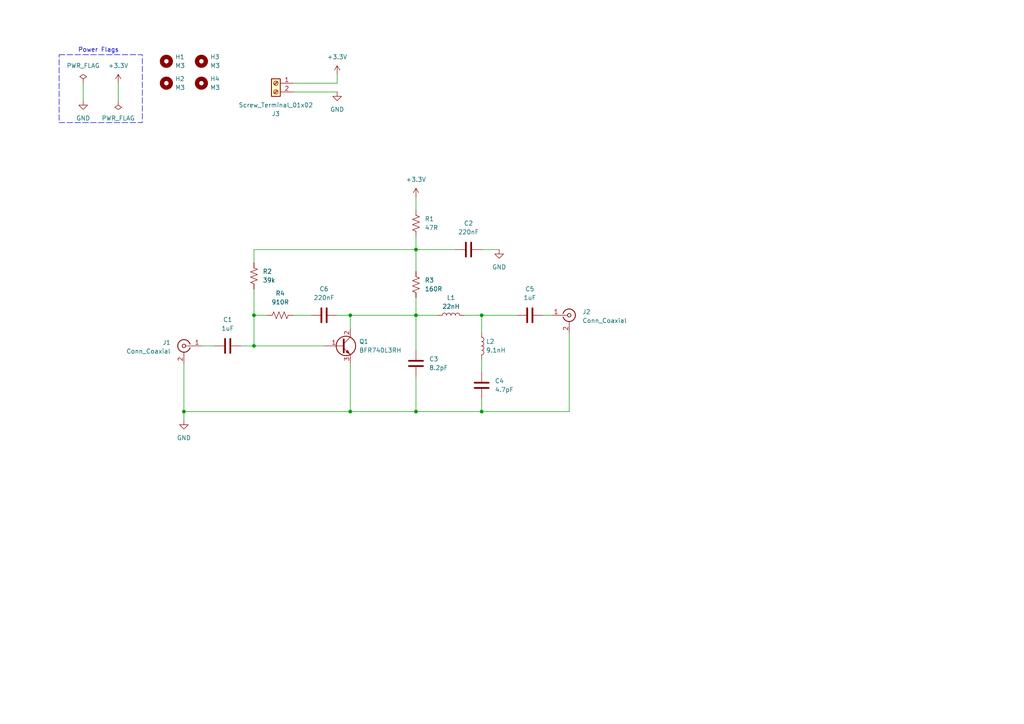
<source format=kicad_sch>
(kicad_sch (version 20231120) (generator "eeschema") (generator_version "8.0")
  (paper "A4")
  (title_block (title "Amplificador TX") (date "2025-01-09") (rev "v1.1") (company "Cotti Nicolas Gabriel") (comment 1 "ncotti@frba.utn.edu.ar"))
  (lib_symbols
    (symbol "Connector:Conn_Coaxial" (pin_names (offset 1.016) hide)
      (property "Reference" "J" (at 0.254 3.048 0))
      (property "Value" "Conn_Coaxial" (at 2.921 0 90))
      (symbol "Conn_Coaxial_0_1"
        (arc (start -1.778 -0.508) (mid 0.2311 -1.8066) (end 1.778 0) (stroke (width 0.254)))
        (polyline (pts (xy -2.54 0) (xy -0.508 0)))
        (polyline (pts (xy 0 -2.54) (xy 0 -1.778)))
        (circle (center 0 0) (radius 0.508) (stroke (width 0.2032)))
        (arc (start 1.778 0) (mid 0.2099 1.8101) (end -1.778 0.508) (stroke (width 0.254)))
      )
      (symbol "Conn_Coaxial_1_1"
        (pin passive line (at -5.08 0 0) (length 2.54) (name "In") (number "1"))
        (pin passive line (at 0 -5.08 90) (length 2.54) (name "Ext") (number "2"))
      )
    )
    (symbol "Connector:Screw_Terminal_01x02" (pin_names (offset 1.016) hide)
      (property "Reference" "J" (at 0 2.54 0))
      (property "Value" "Screw_Terminal_01x02" (at 0 -5.08 0))
      (symbol "Screw_Terminal_01x02_1_1"
        (rectangle (start -1.27 1.27) (end 1.27 -3.81) (stroke (width 0.254)) (fill (type background)))
        (circle (center 0 -2.54) (radius 0.635) (stroke (width 0.1524)))
        (polyline (pts (xy -0.5334 -2.2098) (xy 0.3302 -3.048)) (stroke (width 0.1524)))
        (polyline (pts (xy -0.5334 0.3302) (xy 0.3302 -0.508)) (stroke (width 0.1524)))
        (polyline (pts (xy -0.3556 -2.032) (xy 0.508 -2.8702)) (stroke (width 0.1524)))
        (polyline (pts (xy -0.3556 0.508) (xy 0.508 -0.3302)) (stroke (width 0.1524)))
        (circle (center 0 0) (radius 0.635) (stroke (width 0.1524)))
        (pin passive line (at -5.08 0 0) (length 3.81) (name "Pin_1") (number "1"))
        (pin passive line (at -5.08 -2.54 0) (length 3.81) (name "Pin_2") (number "2"))
      )
    )
    (symbol "Device:C" (pin_numbers hide) (pin_names (offset 0.254))
      (property "Reference" "C" (at 0.635 2.54 0))
      (property "Value" "C" (at 0.635 -2.54 0))
      (symbol "C_0_1"
        (polyline (pts (xy -2.032 -0.762) (xy 2.032 -0.762)) (stroke (width 0.508)))
        (polyline (pts (xy -2.032 0.762) (xy 2.032 0.762)) (stroke (width 0.508)))
      )
      (symbol "C_1_1"
        (pin passive line (at 0 3.81 270) (length 2.794) (name "~") (number "1"))
        (pin passive line (at 0 -3.81 90) (length 2.794) (name "~") (number "2"))
      )
    )
    (symbol "Device:L" (pin_numbers hide) (pin_names (offset 1.016) hide)
      (property "Reference" "L" (at -1.27 0 90))
      (property "Value" "L" (at 1.905 0 90))
      (symbol "L_0_1"
        (arc (start 0 -2.54) (mid 0.6323 -1.905) (end 0 -1.27))
        (arc (start 0 -1.27) (mid 0.6323 -0.635) (end 0 0))
        (arc (start 0 0) (mid 0.6323 0.635) (end 0 1.27))
        (arc (start 0 1.27) (mid 0.6323 1.905) (end 0 2.54))
      )
      (symbol "L_1_1"
        (pin passive line (at 0 3.81 270) (length 1.27) (name "1") (number "1"))
        (pin passive line (at 0 -3.81 90) (length 1.27) (name "2") (number "2"))
      )
    )
    (symbol "Device:Q_NPN_BCE" (pin_names (offset 0) hide)
      (property "Reference" "Q" (at 5.08 1.27 0))
      (property "Value" "Q_NPN_BCE" (at 5.08 -1.27 0))
      (symbol "Q_NPN_BCE_0_1"
        (polyline (pts (xy 0.635 0.635) (xy 2.54 2.54)))
        (polyline (pts (xy 0.635 -0.635) (xy 2.54 -2.54) (xy 2.54 -2.54)))
        (polyline (pts (xy 0.635 1.905) (xy 0.635 -1.905) (xy 0.635 -1.905)) (stroke (width 0.508)))
        (polyline (pts (xy 1.27 -1.778) (xy 1.778 -1.27) (xy 2.286 -2.286) (xy 1.27 -1.778) (xy 1.27 -1.778)) (fill (type outline)))
        (circle (center 1.27 0) (radius 2.8194) (stroke (width 0.254)))
      )
      (symbol "Q_NPN_BCE_1_1"
        (pin input line (at -5.08 0 0) (length 5.715) (name "B") (number "1"))
        (pin passive line (at 2.54 5.08 270) (length 2.54) (name "C") (number "2"))
        (pin passive line (at 2.54 -5.08 90) (length 2.54) (name "E") (number "3"))
      )
    )
    (symbol "Device:R_US" (pin_numbers hide) (pin_names (offset 0))
      (property "Reference" "R" (at 2.54 0 90))
      (property "Value" "R_US" (at -2.54 0 90))
      (symbol "R_US_0_1"
        (polyline (pts (xy 0 -2.286) (xy 0 -2.54)))
        (polyline (pts (xy 0 2.286) (xy 0 2.54)))
        (polyline (pts (xy 0 -0.762) (xy 1.016 -1.143) (xy 0 -1.524) (xy -1.016 -1.905) (xy 0 -2.286)))
        (polyline (pts (xy 0 0.762) (xy 1.016 0.381) (xy 0 0) (xy -1.016 -0.381) (xy 0 -0.762)))
        (polyline (pts (xy 0 2.286) (xy 1.016 1.905) (xy 0 1.524) (xy -1.016 1.143) (xy 0 0.762)))
      )
      (symbol "R_US_1_1"
        (pin passive line (at 0 3.81 270) (length 1.27) (name "~") (number "1"))
        (pin passive line (at 0 -3.81 90) (length 1.27) (name "~") (number "2"))
      )
    )
    (symbol "Mechanical:MountingHole" (pin_names (offset 1.016))
      (property "Reference" "H" (at 0 5.08 0))
      (property "Value" "MountingHole" (at 0 3.175 0))
      (symbol "MountingHole_0_1"
        (circle (center 0 0) (radius 1.27) (stroke (width 1.27)))
      )
    )
    (symbol "power:+3.3V" (power) (pin_names (offset 0))
      (property "Value" "+3.3V" (at 0 3.556 0))
      (symbol "+3.3V_0_1"
        (polyline (pts (xy -0.762 1.27) (xy 0 2.54)))
        (polyline (pts (xy 0 0) (xy 0 2.54)))
        (polyline (pts (xy 0 2.54) (xy 0.762 1.27)))
      )
      (symbol "+3.3V_1_1"
        (pin power_in line (at 0 0 90) (length 0) hide (name "+3.3V") (number "1"))
      )
    )
    (symbol "power:GND" (power) (pin_names (offset 0))
      (property "Value" "GND" (at 0 -3.81 0))
      (symbol "GND_0_1"
        (polyline (pts (xy 0 0) (xy 0 -1.27) (xy 1.27 -1.27) (xy 0 -2.54) (xy -1.27 -1.27) (xy 0 -1.27)))
      )
      (symbol "GND_1_1"
        (pin power_in line (at 0 0 270) (length 0) hide (name "GND") (number "1"))
      )
    )
    (symbol "power:PWR_FLAG" (power) (pin_numbers hide) (pin_names (offset 0) hide)
      (property "Value" "PWR_FLAG" (at 0 3.81 0))
      (symbol "PWR_FLAG_0_0"
        (pin power_out line (at 0 0 90) (length 0) (name "pwr") (number "1"))
      )
      (symbol "PWR_FLAG_0_1"
        (polyline (pts (xy 0 0) (xy 0 1.27) (xy -1.016 1.905) (xy 0 2.54) (xy 1.016 1.905) (xy 0 1.27)))
      )
    )
  )
  (junction (at 120.65 119.38))
  (junction (at 139.7 91.44))
  (junction (at 101.6 91.44))
  (junction (at 73.66 100.33))
  (junction (at 73.66 91.44))
  (junction (at 120.65 72.39))
  (junction (at 139.7 119.38))
  (junction (at 53.34 119.38))
  (junction (at 101.6 119.38))
  (junction (at 120.65 91.44))
  (wire (pts (xy 85.09 91.44) (xy 90.17 91.44)))
  (wire (pts (xy 134.62 91.44) (xy 139.7 91.44)))
  (wire (pts (xy 139.7 96.52) (xy 139.7 91.44)))
  (wire (pts (xy 73.66 83.82) (xy 73.66 91.44)))
  (wire (pts (xy 73.66 76.2) (xy 73.66 72.39)))
  (wire (pts (xy 139.7 119.38) (xy 165.1 119.38)))
  (wire (pts (xy 85.09 26.67) (xy 97.79 26.67)))
  (wire (pts (xy 53.34 119.38) (xy 53.34 121.92)))
  (wire (pts (xy 53.34 119.38) (xy 101.6 119.38)))
  (wire (pts (xy 139.7 72.39) (xy 144.78 72.39)))
  (wire (pts (xy 165.1 119.38) (xy 165.1 96.52)))
  (wire (pts (xy 34.29 24.13) (xy 34.29 29.21)))
  (wire (pts (xy 120.65 78.74) (xy 120.65 72.39)))
  (wire (pts (xy 120.65 119.38) (xy 139.7 119.38)))
  (wire (pts (xy 85.09 24.13) (xy 97.79 24.13)))
  (wire (pts (xy 24.13 24.13) (xy 24.13 29.21)))
  (wire (pts (xy 97.79 24.13) (xy 97.79 21.59)))
  (wire (pts (xy 73.66 91.44) (xy 73.66 100.33)))
  (wire (pts (xy 77.47 91.44) (xy 73.66 91.44)))
  (wire (pts (xy 120.65 109.22) (xy 120.65 119.38)))
  (wire (pts (xy 120.65 86.36) (xy 120.65 91.44)))
  (wire (pts (xy 53.34 105.41) (xy 53.34 119.38)))
  (wire (pts (xy 97.79 91.44) (xy 101.6 91.44)))
  (wire (pts (xy 101.6 105.41) (xy 101.6 119.38)))
  (wire (pts (xy 69.85 100.33) (xy 73.66 100.33)))
  (wire (pts (xy 139.7 104.14) (xy 139.7 107.95)))
  (wire (pts (xy 120.65 91.44) (xy 120.65 101.6)))
  (wire (pts (xy 101.6 119.38) (xy 120.65 119.38)))
  (wire (pts (xy 157.48 91.44) (xy 160.02 91.44)))
  (wire (pts (xy 73.66 72.39) (xy 120.65 72.39)))
  (wire (pts (xy 120.65 57.15) (xy 120.65 60.96)))
  (wire (pts (xy 58.42 100.33) (xy 62.23 100.33)))
  (wire (pts (xy 73.66 100.33) (xy 93.98 100.33)))
  (wire (pts (xy 120.65 68.58) (xy 120.65 72.39)))
  (wire (pts (xy 101.6 91.44) (xy 120.65 91.44)))
  (wire (pts (xy 139.7 91.44) (xy 149.86 91.44)))
  (wire (pts (xy 101.6 91.44) (xy 101.6 95.25)))
  (wire (pts (xy 120.65 72.39) (xy 132.08 72.39)))
  (wire (pts (xy 139.7 115.57) (xy 139.7 119.38)))
  (wire (pts (xy 120.65 91.44) (xy 127 91.44)))
  (rectangle (start 17.145 15.875) (end 41.275 35.56) (stroke (width 0) (type dash)))
  (text "Power Flags" (at 28.575 14.605 0) (effects (font (size 1.27 1.27))))
  (symbol (lib_id "Device:C") (at 66.04 100.33 90) (unit 1)
    (property "Reference" "C1" (at 66.04 92.71 90))
    (property "Value" "1uF" (at 66.04 95.25 90))
    (property "Footprint" "Capacitor_SMD:C_0603_1608Metric_Pad1.08x0.95mm_HandSolder" (effects (hide yes)))
    (property "Datasheet" "https://ar.mouser.com/datasheet/2/210/WTC_MLCC_Soft_term_SH-1532103.pdf" (effects (hide yes)))
    (property "Description" "Unpolarized capacitor" (effects (hide yes)))
    (property "Manufacturer" "Walsin" (effects (hide yes)))
    (property "Manufacturer P/N" " SH18B105K160CT" (effects (hide yes)))
    (property "Mouser P/N" "791-SH18B105K160CT" (effects (hide yes)))
    (property "Note" "10%, 16V" (effects (hide yes)))
  )
  (symbol (lib_id "Device:C") (at 135.89 72.39 90) (unit 1)
    (property "Reference" "C2" (at 135.89 64.77 90))
    (property "Value" "220nF" (at 135.89 67.31 90))
    (property "Footprint" "Capacitor_SMD:C_0603_1608Metric_Pad1.08x0.95mm_HandSolder" (effects (hide yes)))
    (property "Datasheet" "https://ar.mouser.com/datasheet/2/210/WTC_MLCC_General_Purpose-1534899.pdf" (effects (hide yes)))
    (property "Description" "Unpolarized capacitor" (effects (hide yes)))
    (property "Manufacturer" "Walsin" (effects (hide yes)))
    (property "Manufacturer P/N" "0603B224K250CT" (effects (hide yes)))
    (property "Mouser P/N" "791-0603B224K250CT" (effects (hide yes)))
    (property "Note" "10%, 25V" (effects (hide yes)))
  )
  (symbol (lib_id "Device:C") (at 93.98 91.44 90) (unit 1)
    (property "Reference" "C6" (at 93.98 83.82 90))
    (property "Value" "220nF" (at 93.98 86.36 90))
    (property "Footprint" "Capacitor_SMD:C_0603_1608Metric_Pad1.08x0.95mm_HandSolder" (effects (hide yes)))
    (property "Datasheet" "https://ar.mouser.com/datasheet/2/210/WTC_MLCC_General_Purpose-1534899.pdf" (effects (hide yes)))
    (property "Description" "Unpolarized capacitor" (effects (hide yes)))
    (property "Manufacturer" "Walsin" (effects (hide yes)))
    (property "Manufacturer P/N" "0603B224K250CT" (effects (hide yes)))
    (property "Mouser P/N" "791-0603B224K250CT" (effects (hide yes)))
    (property "Note" "10%, 25V" (effects (hide yes)))
  )
  (symbol (lib_id "Device:C") (at 153.67 91.44 90) (unit 1)
    (property "Reference" "C5" (at 153.67 83.82 90))
    (property "Value" "1uF" (at 153.67 86.36 90))
    (property "Footprint" "Capacitor_SMD:C_0603_1608Metric_Pad1.08x0.95mm_HandSolder" (effects (hide yes)))
    (property "Datasheet" "https://ar.mouser.com/datasheet/2/210/WTC_MLCC_Soft_term_SH-1532103.pdf" (effects (hide yes)))
    (property "Description" "Unpolarized capacitor" (effects (hide yes)))
    (property "Manufacturer" "Walsin" (effects (hide yes)))
    (property "Manufacturer P/N" " SH18B105K160CT" (effects (hide yes)))
    (property "Mouser P/N" "791-SH18B105K160CT" (effects (hide yes)))
    (property "Note" "10%, 16V" (effects (hide yes)))
  )
  (symbol (lib_id "Device:R_US") (at 120.65 64.77 180) (unit 1)
    (property "Reference" "R1" (at 123.19 63.4999 0) (effects (justify right)))
    (property "Value" "47R" (at 123.19 66.0399 0) (effects (justify right)))
    (property "Footprint" "Resistor_SMD:R_1206_3216Metric_Pad1.30x1.75mm_HandSolder" (effects (hide yes)))
    (property "Datasheet" "https://ar.mouser.com/datasheet/2/447/YAGEO_PYu_RC_Group_51_RoHS_L_12-3313492.pdf" (effects (hide yes)))
    (property "Description" "Resistor, US symbol" (effects (hide yes)))
    (property "Manufacturer" "YAGEO" (effects (hide yes)))
    (property "Manufacturer P/N" " RC1206FR-0747RL" (effects (hide yes)))
    (property "Mouser P/N" "603-RC1206FR-0747RL" (effects (hide yes)))
    (property "Note" "Thick F, 1%, 1/4W" (effects (hide yes)))
  )
  (symbol (lib_id "Device:R_US") (at 81.28 91.44 270) (unit 1)
    (property "Reference" "R4" (at 81.28 85.09 90))
    (property "Value" "910R" (at 81.28 87.63 90))
    (property "Footprint" "Resistor_SMD:R_0603_1608Metric_Pad0.98x0.95mm_HandSolder" (effects (hide yes)))
    (property "Datasheet" "https://ar.mouser.com/datasheet/2/447/PYu_RT_1_to_0_01_RoHS_L_15-3461507.pdf" (effects (hide yes)))
    (property "Description" "Resistor, US symbol" (effects (hide yes)))
    (property "Manufacturer" "YAGEO" (effects (hide yes)))
    (property "Manufacturer P/N" "RT0603FRE07910RL" (effects (hide yes)))
    (property "Mouser P/N" "603-RT0603FRE07910RL" (effects (hide yes)))
    (property "Note" "Thin F, 1% , 1/10W" (effects (hide yes)))
  )
  (symbol (lib_id "Device:R_US") (at 120.65 82.55 180) (unit 1)
    (property "Reference" "R3" (at 123.19 81.2799 0) (effects (justify right)))
    (property "Value" "160R" (at 123.19 83.8199 0) (effects (justify right)))
    (property "Footprint" "Resistor_SMD:R_1206_3216Metric_Pad1.30x1.75mm_HandSolder" (effects (hide yes)))
    (property "Datasheet" "https://ar.mouser.com/datasheet/2/447/YAGEO_PYu_RC_Group_51_RoHS_L_12-3313492.pdf" (effects (hide yes)))
    (property "Description" "Resistor, US symbol" (effects (hide yes)))
    (property "Manufacturer" "YAGEO" (effects (hide yes)))
    (property "Manufacturer P/N" "RC1206FR-07160RL" (effects (hide yes)))
    (property "Mouser P/N" "603-RC1206FR-07160RL" (effects (hide yes)))
    (property "Note" "Thick F, 1%, 1/4W" (effects (hide yes)))
  )
  (symbol (lib_id "Connector:Conn_Coaxial") (at 53.34 100.33 0) (mirror y) (unit 1)
    (property "Reference" "J1" (at 49.53 99.3531 0) (effects (justify left)))
    (property "Value" "Conn_Coaxial" (at 49.53 101.8931 0) (effects (justify left)))
    (property "Footprint" "Connector_Coaxial:SMA_Samtec_SMA-J-P-X-ST-EM1_EdgeMount" (effects (hide yes)))
    (property "Datasheet" "https://drive.google.com/file/d/1v1HqqVMyMLDkzMx-gRobRVSho1jsaMUK/view?usp=drive_link" (effects (hide yes)))
    (property "Description" "coaxial connector (BNC, SMA, SMB, SMC, Cinch/RCA, LEMO, ...)" (effects (hide yes)))
    (property "Manufacturer" "Electrocomponentes" (effects (hide yes)))
    (property "Manufacturer P/N" "SMA-KE1.2mm" (effects (hide yes)))
    (property "Mouser P/N" "N/A" (effects (hide yes)))
    (property "Note" "N/A" (effects (hide yes)))
  )
  (symbol (lib_id "power:GND") (at 24.13 29.21 0) (unit 1)
    (property "Reference" "#PWR04" (effects (hide yes)))
    (property "Value" "GND" (at 24.13 34.29 0))
    (property "Description" "Power symbol creates a global label with name \"GND\" , ground" (effects (hide yes)))
  )
  (symbol (lib_id "Mechanical:MountingHole") (at 58.42 24.13 0) (unit 1)
    (property "Reference" "H4" (at 60.96 22.8599 0) (effects (justify left)))
    (property "Value" "M3" (at 60.96 25.3999 0) (effects (justify left)))
    (property "Footprint" "MountingHole:MountingHole_3.2mm_M3_ISO7380" (effects (hide yes)))
    (property "Datasheet" "N/A" (effects (hide yes)))
    (property "Description" "Mounting Hole without connection" (effects (hide yes)))
    (property "Manufacturer" "N/A" (effects (hide yes)))
    (property "Manufacturer P/N" "N/A" (effects (hide yes)))
    (property "Mouser P/N" "N/A" (effects (hide yes)))
    (property "Note" "N/A" (effects (hide yes)))
  )
  (symbol (lib_id "Connector:Conn_Coaxial") (at 165.1 91.44 0) (unit 1)
    (property "Reference" "J2" (at 168.91 90.4631 0) (effects (justify left)))
    (property "Value" "Conn_Coaxial" (at 168.91 93.0031 0) (effects (justify left)))
    (property "Footprint" "Connector_Coaxial:SMA_Samtec_SMA-J-P-X-ST-EM1_EdgeMount" (effects (hide yes)))
    (property "Datasheet" "https://drive.google.com/file/d/1v1HqqVMyMLDkzMx-gRobRVSho1jsaMUK/view?usp=drive_link" (effects (hide yes)))
    (property "Description" "coaxial connector (BNC, SMA, SMB, SMC, Cinch/RCA, LEMO, ...)" (effects (hide yes)))
    (property "Manufacturer" "Electrocomponentes" (effects (hide yes)))
    (property "Manufacturer P/N" "SMA-KE1.2mm" (effects (hide yes)))
    (property "Mouser P/N" "N/A" (effects (hide yes)))
    (property "Note" "N/A" (effects (hide yes)))
  )
  (symbol (lib_id "power:+3.3V") (at 97.79 21.59 0) (unit 1)
    (property "Reference" "#PWR06" (effects (hide yes)))
    (property "Value" "+3.3V" (at 97.79 16.51 0))
    (property "Description" "Power symbol creates a global label with name \"+3.3V\"" (effects (hide yes)))
  )
  (symbol (lib_id "Connector:Screw_Terminal_01x02") (at 80.01 24.13 0) (mirror y) (unit 1)
    (property "Reference" "J3" (at 80.01 33.02 0))
    (property "Value" "Screw_Terminal_01x02" (at 80.01 30.48 0))
    (property "Footprint" "TerminalBlock:TerminalBlock_bornier-2_P5.08mm" (effects (hide yes)))
    (property "Datasheet" "https://ar.mouser.com/datasheet/2/18/1/HrPlBMKIj9yv-1375424.pdf" (effects (hide yes)))
    (property "Description" "Generic screw terminal, single row, 01x02, script generated (kicad-library-utils/schlib/autogen/connector/)" (effects (hide yes)))
    (property "Manufacturer" "Amphenol Anytek" (effects (hide yes)))
    (property "Manufacturer P/N" " VI0221550000G" (effects (hide yes)))
    (property "Mouser P/N" "649-220316-H021B01LF" (effects (hide yes)))
    (property "Note" "5.08mm pitch" (effects (hide yes)))
  )
  (symbol (lib_id "Mechanical:MountingHole") (at 48.26 24.13 0) (unit 1)
    (property "Reference" "H2" (at 50.8 22.8599 0) (effects (justify left)))
    (property "Value" "M3" (at 50.8 25.3999 0) (effects (justify left)))
    (property "Footprint" "MountingHole:MountingHole_3.2mm_M3_ISO7380" (effects (hide yes)))
    (property "Datasheet" "N/A" (effects (hide yes)))
    (property "Description" "Mounting Hole without connection" (effects (hide yes)))
    (property "Manufacturer" "N/A" (effects (hide yes)))
    (property "Manufacturer P/N" "N/A" (effects (hide yes)))
    (property "Mouser P/N" "N/A" (effects (hide yes)))
    (property "Note" "N/A" (effects (hide yes)))
  )
  (symbol (lib_id "power:GND") (at 53.34 121.92 0) (unit 1)
    (property "Reference" "#PWR01" (effects (hide yes)))
    (property "Value" "GND" (at 53.34 127 0))
    (property "Description" "Power symbol creates a global label with name \"GND\" , ground" (effects (hide yes)))
  )
  (symbol (lib_id "Device:R_US") (at 73.66 80.01 180) (unit 1)
    (property "Reference" "R2" (at 76.2 78.7399 0) (effects (justify right)))
    (property "Value" "39k" (at 76.2 81.2799 0) (effects (justify right)))
    (property "Footprint" "Resistor_SMD:R_0603_1608Metric_Pad0.98x0.95mm_HandSolder" (effects (hide yes)))
    (property "Datasheet" "https://ar.mouser.com/datasheet/2/447/PYu_RT_1_to_0_01_RoHS_L_15-3461507.pdf" (effects (hide yes)))
    (property "Description" "Resistor, US symbol" (effects (hide yes)))
    (property "Manufacturer" "YAGEO" (effects (hide yes)))
    (property "Manufacturer P/N" "RT0603FRE0739KL" (effects (hide yes)))
    (property "Mouser P/N" "603-RT0603FRE0739KL" (effects (hide yes)))
    (property "Note" "Thin F, 1%, 1/10W" (effects (hide yes)))
  )
  (symbol (lib_id "Device:C") (at 139.7 111.76 180) (unit 1)
    (property "Reference" "C4" (at 143.51 110.4899 0) (effects (justify right)))
    (property "Value" "4.7pF" (at 143.51 113.0299 0) (effects (justify right)))
    (property "Footprint" "Capacitor_SMD:C_0603_1608Metric_Pad1.08x0.95mm_HandSolder" (effects (hide yes)))
    (property "Datasheet" "https://ar.mouser.com/datasheet/2/210/WTC_MLCC_General_Purpose-1534899.pdf" (effects (hide yes)))
    (property "Description" "Unpolarized capacitor" (effects (hide yes)))
    (property "Manufacturer" "Walsin" (effects (hide yes)))
    (property "Manufacturer P/N" " 0603N4R7C500CT" (effects (hide yes)))
    (property "Mouser P/N" "791-0603N4R7C500CT" (effects (hide yes)))
    (property "Note" "+-0.25pF, 50V" (effects (hide yes)))
  )
  (symbol (lib_id "Device:C") (at 120.65 105.41 180) (unit 1)
    (property "Reference" "C3" (at 124.46 104.1399 0) (effects (justify right)))
    (property "Value" "8.2pF" (at 124.46 106.6799 0) (effects (justify right)))
    (property "Footprint" "Capacitor_SMD:C_0603_1608Metric_Pad1.08x0.95mm_HandSolder" (effects (hide yes)))
    (property "Datasheet" "https://ar.mouser.com/datasheet/2/210/WTC_MLCC_General_Purpose-1534899.pdf" (effects (hide yes)))
    (property "Description" "Unpolarized capacitor" (effects (hide yes)))
    (property "Manufacturer" "Walsin" (effects (hide yes)))
    (property "Manufacturer P/N" "0603N8R2C500CT" (effects (hide yes)))
    (property "Mouser P/N" "791-0603N8R2C500CT" (effects (hide yes)))
    (property "Note" "+-0.25pF, 50V" (effects (hide yes)))
  )
  (symbol (lib_id "power:+3.3V") (at 34.29 24.13 0) (unit 1)
    (property "Reference" "#PWR05" (effects (hide yes)))
    (property "Value" "+3.3V" (at 34.29 19.05 0))
    (property "Description" "Power symbol creates a global label with name \"+3.3V\"" (effects (hide yes)))
  )
  (symbol (lib_id "power:GND") (at 97.79 26.67 0) (unit 1)
    (property "Reference" "#PWR07" (effects (hide yes)))
    (property "Value" "GND" (at 97.79 31.75 0))
    (property "Description" "Power symbol creates a global label with name \"GND\" , ground" (effects (hide yes)))
  )
  (symbol (lib_id "Device:L") (at 130.81 91.44 90) (unit 1)
    (property "Reference" "L1" (at 130.81 86.36 90))
    (property "Value" "22nH" (at 130.81 88.9 90))
    (property "Footprint" "Inductor_SMD:L_0603_1608Metric_Pad1.05x0.95mm_HandSolder" (effects (hide yes)))
    (property "Datasheet" "https://www.we-online.com/components/products/datasheet/7847806220.pdf" (effects (hide yes)))
    (property "Description" "Inductor" (effects (hide yes)))
    (property "Manufacturer" "Wurth Elektronik" (effects (hide yes)))
    (property "Manufacturer P/N" " 7847806220" (effects (hide yes)))
    (property "Mouser P/N" "710-7847806220" (effects (hide yes)))
    (property "Note" "5%, 0.4R" (effects (hide yes)))
  )
  (symbol (lib_id "Device:L") (at 139.7 100.33 0) (unit 1)
    (property "Reference" "L2" (at 140.97 99.0599 0) (effects (justify left)))
    (property "Value" "9.1nH" (at 140.97 101.5999 0) (effects (justify left)))
    (property "Footprint" "Inductor_SMD:L_0603_1608Metric_Pad1.05x0.95mm_HandSolder" (effects (hide yes)))
    (property "Datasheet" "https://ar.mouser.com/datasheet/2/281/JELF243A_0024-1380895.pdf" (effects (hide yes)))
    (property "Description" "Inductor" (effects (hide yes)))
    (property "Manufacturer" "Murata Electronics" (effects (hide yes)))
    (property "Manufacturer P/N" "LQW18AN9N1C00D" (effects (hide yes)))
    (property "Mouser P/N" "81-LQW18AN9N1C00D" (effects (hide yes)))
    (property "Note" "+-0.2nH, 0.11R" (effects (hide yes)))
  )
  (symbol (lib_id "power:+3.3V") (at 120.65 57.15 0) (unit 1)
    (property "Reference" "#PWR03" (effects (hide yes)))
    (property "Value" "+3.3V" (at 120.65 52.07 0))
    (property "Description" "Power symbol creates a global label with name \"+3.3V\"" (effects (hide yes)))
  )
  (symbol (lib_id "power:GND") (at 144.78 72.39 0) (unit 1)
    (property "Reference" "#PWR02" (effects (hide yes)))
    (property "Value" "GND" (at 144.78 77.47 0))
    (property "Description" "Power symbol creates a global label with name \"GND\" , ground" (effects (hide yes)))
  )
  (symbol (lib_id "Mechanical:MountingHole") (at 58.42 17.78 0) (unit 1)
    (property "Reference" "H3" (at 60.96 16.5099 0) (effects (justify left)))
    (property "Value" "M3" (at 60.96 19.0499 0) (effects (justify left)))
    (property "Footprint" "MountingHole:MountingHole_3.2mm_M3_ISO7380" (effects (hide yes)))
    (property "Datasheet" "N/A" (effects (hide yes)))
    (property "Description" "Mounting Hole without connection" (effects (hide yes)))
    (property "Manufacturer" "N/A" (effects (hide yes)))
    (property "Manufacturer P/N" "N/A" (effects (hide yes)))
    (property "Mouser P/N" "N/A" (effects (hide yes)))
    (property "Note" "N/A" (effects (hide yes)))
  )
  (symbol (lib_id "power:PWR_FLAG") (at 34.29 29.21 180) (unit 1)
    (property "Reference" "#FLG02" (effects (hide yes)))
    (property "Value" "PWR_FLAG" (at 34.29 34.29 0))
    (property "Description" "Special symbol for telling ERC where power comes from" (effects (hide yes)))
  )
  (symbol (lib_id "power:PWR_FLAG") (at 24.13 24.13 0) (unit 1)
    (property "Reference" "#FLG01" (effects (hide yes)))
    (property "Value" "PWR_FLAG" (at 24.13 19.05 0))
    (property "Description" "Special symbol for telling ERC where power comes from" (effects (hide yes)))
  )
  (symbol (lib_id "Device:Q_NPN_BCE") (at 99.06 100.33 0) (unit 1)
    (property "Reference" "Q1" (at 104.14 99.0599 0) (effects (justify left)))
    (property "Value" "BFR740L3RH" (at 104.14 101.5999 0) (effects (justify left)))
    (property "Footprint" "vlc:TSLP-3-9" (effects (hide yes)))
    (property "Datasheet" "https://ar.mouser.com/datasheet/2/196/Infineon_BFR740L3RH_DataSheet_v03_01_EN-3421200.pdf" (effects (hide yes)))
    (property "Description" "NPN transistor, base/collector/emitter" (effects (hide yes)))
    (property "Manufacturer" "e:Infineon Technologies" (effects (hide yes)))
    (property "Manufacturer P/N" "BFR740L3RHE6327XTSA1" (effects (hide yes)))
    (property "Mouser P/N" "726-BFR740L3RHE6327X" (effects (hide yes)))
    (property "Note" "N/A" (effects (hide yes)))
  )
  (symbol (lib_id "Mechanical:MountingHole") (at 48.26 17.78 0) (unit 1)
    (property "Reference" "H1" (at 50.8 16.5099 0) (effects (justify left)))
    (property "Value" "M3" (at 50.8 19.0499 0) (effects (justify left)))
    (property "Footprint" "MountingHole:MountingHole_3.2mm_M3_ISO7380" (effects (hide yes)))
    (property "Datasheet" "N/A" (effects (hide yes)))
    (property "Description" "Mounting Hole without connection" (effects (hide yes)))
    (property "Manufacturer" "N/A" (effects (hide yes)))
    (property "Manufacturer P/N" "N/A" (effects (hide yes)))
    (property "Mouser P/N" "N/A" (effects (hide yes)))
    (property "Note" "N/A" (effects (hide yes)))
  )
)
</source>
